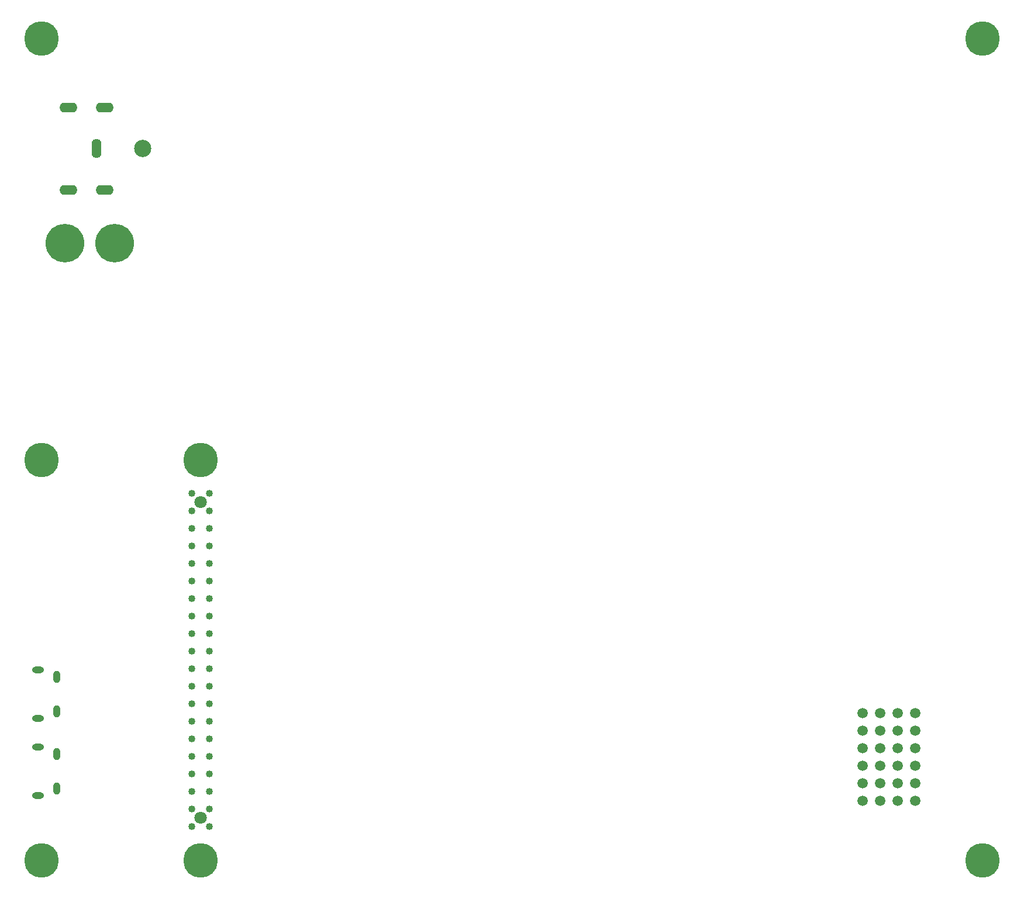
<source format=gbr>
%TF.GenerationSoftware,KiCad,Pcbnew,7.0.8*%
%TF.CreationDate,2024-02-14T15:01:56+02:00*%
%TF.ProjectId,ESLGSU,45534c47-5355-42e6-9b69-6361645f7063,rev?*%
%TF.SameCoordinates,Original*%
%TF.FileFunction,Soldermask,Bot*%
%TF.FilePolarity,Negative*%
%FSLAX46Y46*%
G04 Gerber Fmt 4.6, Leading zero omitted, Abs format (unit mm)*
G04 Created by KiCad (PCBNEW 7.0.8) date 2024-02-14 15:01:56*
%MOMM*%
%LPD*%
G01*
G04 APERTURE LIST*
%ADD10C,5.000000*%
%ADD11C,1.500000*%
%ADD12C,1.020000*%
%ADD13C,1.800000*%
%ADD14O,1.004000X1.804000*%
%ADD15O,1.704000X0.954000*%
%ADD16C,5.600000*%
%ADD17C,2.500000*%
%ADD18O,1.400000X2.800000*%
%ADD19O,2.600000X1.400000*%
G04 APERTURE END LIST*
D10*
%TO.C,H2*%
X216200000Y-37000000D03*
%TD*%
D11*
%TO.C,U93*%
X198875000Y-147360000D03*
X198875000Y-144820000D03*
X201415000Y-147360000D03*
X201415000Y-144820000D03*
X203955000Y-147360000D03*
X203955000Y-144820000D03*
X206495000Y-147360000D03*
X206495000Y-144820000D03*
X198875000Y-142280000D03*
X201415000Y-142280000D03*
X203955000Y-142280000D03*
X206495000Y-142280000D03*
X198863087Y-139740000D03*
X201403087Y-139740000D03*
X203943087Y-139740000D03*
X206483087Y-139740000D03*
X198875000Y-137223827D03*
X201415000Y-137223827D03*
X203955000Y-137223827D03*
X206495000Y-137223827D03*
X198875000Y-134683827D03*
X201415000Y-134683827D03*
X203955000Y-134683827D03*
X206495000Y-134683827D03*
%TD*%
D12*
%TO.C,U72*%
X101730000Y-102870000D03*
X101730000Y-105410000D03*
X101730000Y-107950000D03*
X101730000Y-110490000D03*
X101730000Y-113030000D03*
X101730000Y-115570000D03*
X101730000Y-118110000D03*
X101730000Y-120650000D03*
X101730000Y-123190000D03*
X101730000Y-125730000D03*
X101730000Y-128270000D03*
X101730000Y-130810000D03*
X101730000Y-133350000D03*
X101730000Y-135890000D03*
X101730000Y-138430000D03*
X101730000Y-140970000D03*
X101730000Y-143510000D03*
X101730000Y-146050000D03*
X101730000Y-148590000D03*
X101730000Y-151130000D03*
D13*
X103000000Y-104140000D03*
X103000000Y-149860000D03*
D12*
X104270000Y-102870000D03*
X104270000Y-105410000D03*
X104270000Y-107950000D03*
X104270000Y-110490000D03*
X104270000Y-113030000D03*
X104270000Y-115570000D03*
X104270000Y-118110000D03*
X104270000Y-120650000D03*
X104270000Y-123190000D03*
X104270000Y-125730000D03*
X104270000Y-128270000D03*
X104270000Y-130810000D03*
X104270000Y-133350000D03*
X104270000Y-135890000D03*
X104270000Y-138430000D03*
X104270000Y-140970000D03*
X104270000Y-143510000D03*
X104270000Y-146050000D03*
X104270000Y-148590000D03*
X104270000Y-151130000D03*
D10*
X80000000Y-98000000D03*
X80000000Y-156000000D03*
X103000000Y-98000000D03*
X103000000Y-156000000D03*
%TD*%
D14*
%TO.C,J5*%
X82170000Y-129430000D03*
X82170000Y-134430000D03*
D15*
X79470000Y-128405000D03*
X79470000Y-135455000D03*
%TD*%
D10*
%TO.C,H1*%
X80000000Y-37000000D03*
%TD*%
D16*
%TO.C,J2*%
X90545000Y-66580000D03*
X83345000Y-66580000D03*
%TD*%
D17*
%TO.C,J1*%
X94595000Y-52930000D03*
D18*
X87945000Y-52930000D03*
D19*
X83895000Y-58930000D03*
X89095000Y-58930000D03*
X83895000Y-46930000D03*
X89095000Y-46930000D03*
%TD*%
D14*
%TO.C,J7*%
X82170000Y-140580000D03*
X82170000Y-145580000D03*
D15*
X79470000Y-139555000D03*
X79470000Y-146605000D03*
%TD*%
D10*
%TO.C,H3*%
X216200000Y-156000000D03*
%TD*%
M02*

</source>
